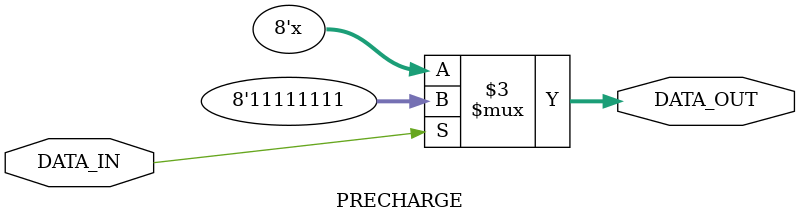
<source format=v>
`timescale 1ns / 1ps

module PRECHARGE(
    input wire DATA_IN,
    output reg [7:0] DATA_OUT
    );

always@(*)
begin
	if(DATA_IN)
		DATA_OUT = 8'hff;
	else
		DATA_OUT = 8'hZZ;
end

endmodule

</source>
